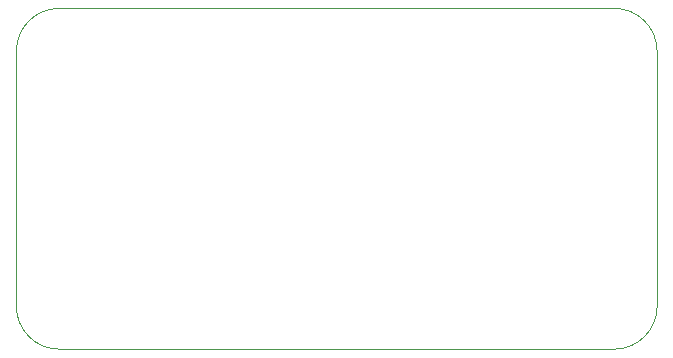
<source format=gm1>
G04 #@! TF.GenerationSoftware,KiCad,Pcbnew,9.0.6*
G04 #@! TF.CreationDate,2026-01-16T18:23:39-05:00*
G04 #@! TF.ProjectId,gps_2,6770735f-322e-46b6-9963-61645f706362,AA*
G04 #@! TF.SameCoordinates,Original*
G04 #@! TF.FileFunction,Profile,NP*
%FSLAX46Y46*%
G04 Gerber Fmt 4.6, Leading zero omitted, Abs format (unit mm)*
G04 Created by KiCad (PCBNEW 9.0.6) date 2026-01-16 18:23:39*
%MOMM*%
%LPD*%
G01*
G04 APERTURE LIST*
G04 #@! TA.AperFunction,Profile*
%ADD10C,0.050000*%
G04 #@! TD*
G04 APERTURE END LIST*
D10*
X184440877Y-125222000D02*
X184440950Y-103632012D01*
X130186828Y-103632000D02*
G75*
G02*
X133818877Y-99999928I3632072J0D01*
G01*
X130186826Y-125222002D02*
X130186828Y-103632000D01*
X133818875Y-128854051D02*
G75*
G02*
X130186849Y-125222002I25J3632051D01*
G01*
X133818877Y-100000000D02*
X180790134Y-99999997D01*
X180808875Y-128854050D02*
X133818875Y-128854050D01*
X184440928Y-125222002D02*
G75*
G02*
X180808879Y-128854028I-3632028J2D01*
G01*
X180790134Y-99999997D02*
G75*
G02*
X184440951Y-103631998I18766J-3632003D01*
G01*
M02*

</source>
